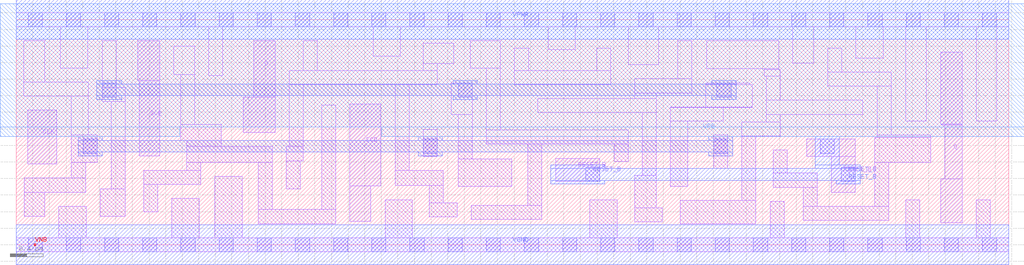
<source format=lef>
# Copyright 2020 The SkyWater PDK Authors
#
# Licensed under the Apache License, Version 2.0 (the "License");
# you may not use this file except in compliance with the License.
# You may obtain a copy of the License at
#
#     https://www.apache.org/licenses/LICENSE-2.0
#
# Unless required by applicable law or agreed to in writing, software
# distributed under the License is distributed on an "AS IS" BASIS,
# WITHOUT WARRANTIES OR CONDITIONS OF ANY KIND, either express or implied.
# See the License for the specific language governing permissions and
# limitations under the License.
#
# SPDX-License-Identifier: Apache-2.0

VERSION 5.7 ;
  NOWIREEXTENSIONATPIN ON ;
  DIVIDERCHAR "/" ;
  BUSBITCHARS "[]" ;
MACRO sky130_fd_sc_hd__sdfrtp_2
  CLASS CORE ;
  FOREIGN sky130_fd_sc_hd__sdfrtp_2 ;
  ORIGIN  0.000000  0.000000 ;
  SIZE  11.96000 BY  2.720000 ;
  SYMMETRY X Y R90 ;
  SITE unithd ;
  PIN D
    ANTENNAGATEAREA  0.144000 ;
    DIRECTION INPUT ;
    USE SIGNAL ;
    PORT
      LAYER li1 ;
        RECT 2.735000 1.355000 3.120000 1.785000 ;
        RECT 2.865000 1.785000 3.120000 2.465000 ;
    END
  END D
  PIN Q
    ANTENNADIFFAREA  0.445500 ;
    DIRECTION OUTPUT ;
    USE SIGNAL ;
    PORT
      LAYER li1 ;
        RECT 11.140000 0.265000 11.400000 0.795000 ;
        RECT 11.140000 1.460000 11.400000 2.325000 ;
        RECT 11.150000 1.445000 11.400000 1.460000 ;
        RECT 11.190000 0.795000 11.400000 1.445000 ;
    END
  END Q
  PIN RESET_B
    ANTENNAGATEAREA  0.252000 ;
    DIRECTION INPUT ;
    USE SIGNAL ;
    PORT
      LAYER li1 ;
        RECT 6.505000 0.765000 7.035000 1.045000 ;
      LAYER mcon ;
        RECT 6.865000 0.765000 7.035000 0.935000 ;
    END
    PORT
      LAYER li1 ;
        RECT 9.525000 1.065000 10.115000 1.275000 ;
        RECT 9.825000 0.635000 10.115000 1.065000 ;
      LAYER mcon ;
        RECT 9.690000 1.105000  9.860000 1.275000 ;
        RECT 9.945000 0.765000 10.115000 0.935000 ;
    END
    PORT
      LAYER met1 ;
        RECT 6.445000 0.735000  7.095000 0.780000 ;
        RECT 6.445000 0.780000 10.175000 0.920000 ;
        RECT 6.445000 0.920000  7.095000 0.965000 ;
        RECT 9.630000 0.920000 10.175000 0.965000 ;
        RECT 9.630000 0.965000  9.920000 1.305000 ;
        RECT 9.885000 0.735000 10.175000 0.780000 ;
    END
  END RESET_B
  PIN SCD
    ANTENNAGATEAREA  0.156600 ;
    DIRECTION INPUT ;
    USE SIGNAL ;
    PORT
      LAYER li1 ;
        RECT 4.020000 0.285000 4.275000 0.710000 ;
        RECT 4.020000 0.710000 4.395000 1.700000 ;
    END
  END SCD
  PIN SCE
    ANTENNAGATEAREA  0.435000 ;
    DIRECTION INPUT ;
    USE SIGNAL ;
    PORT
      LAYER li1 ;
        RECT 1.465000 1.985000 1.730000 2.465000 ;
        RECT 1.485000 1.070000 1.730000 1.985000 ;
    END
  END SCE
  PIN CLK
    ANTENNAGATEAREA  0.247500 ;
    DIRECTION INPUT ;
    USE CLOCK ;
    PORT
      LAYER li1 ;
        RECT 0.140000 0.975000 0.490000 1.625000 ;
    END
  END CLK
  PIN VGND
    DIRECTION INOUT ;
    SHAPE ABUTMENT ;
    USE GROUND ;
    PORT
      LAYER met1 ;
        RECT 0.000000 -0.240000 11.960000 0.240000 ;
    END
  END VGND
  PIN VNB
    DIRECTION INOUT ;
    USE GROUND ;
    PORT
      LAYER pwell ;
        RECT 0.215000 -0.010000 0.235000 0.015000 ;
    END
  END VNB
  PIN VPB
    DIRECTION INOUT ;
    USE POWER ;
    PORT
      LAYER nwell ;
        RECT -0.190000 1.305000  1.970000 1.425000 ;
        RECT -0.190000 1.425000 12.150000 2.910000 ;
        RECT  4.405000 1.305000 12.150000 1.425000 ;
    END
  END VPB
  PIN VPWR
    DIRECTION INOUT ;
    SHAPE ABUTMENT ;
    USE POWER ;
    PORT
      LAYER met1 ;
        RECT 0.000000 2.480000 11.960000 2.960000 ;
    END
  END VPWR
  OBS
    LAYER li1 ;
      RECT  0.000000 -0.085000 11.960000 0.085000 ;
      RECT  0.000000  2.635000 11.960000 2.805000 ;
      RECT  0.090000  1.795000  0.865000 1.965000 ;
      RECT  0.090000  1.965000  0.345000 2.465000 ;
      RECT  0.095000  0.345000  0.345000 0.635000 ;
      RECT  0.095000  0.635000  0.835000 0.805000 ;
      RECT  0.515000  0.085000  0.845000 0.465000 ;
      RECT  0.530000  2.135000  0.860000 2.635000 ;
      RECT  0.660000  0.805000  0.835000 0.995000 ;
      RECT  0.660000  0.995000  0.975000 1.325000 ;
      RECT  0.660000  1.325000  0.865000 1.795000 ;
      RECT  1.015000  0.345000  1.315000 0.675000 ;
      RECT  1.035000  1.730000  1.315000 1.900000 ;
      RECT  1.035000  1.900000  1.205000 2.465000 ;
      RECT  1.145000  0.675000  1.315000 1.730000 ;
      RECT  1.535000  0.395000  1.705000 0.730000 ;
      RECT  1.535000  0.730000  2.225000 0.900000 ;
      RECT  1.875000  0.085000  2.205000 0.560000 ;
      RECT  1.900000  2.055000  2.150000 2.400000 ;
      RECT  1.980000  1.260000  2.470000 1.455000 ;
      RECT  1.980000  1.455000  2.150000 2.055000 ;
      RECT  2.055000  0.900000  2.225000 0.995000 ;
      RECT  2.055000  0.995000  3.085000 1.185000 ;
      RECT  2.055000  1.185000  2.470000 1.260000 ;
      RECT  2.320000  2.040000  2.490000 2.635000 ;
      RECT  2.395000  0.085000  2.725000 0.825000 ;
      RECT  2.915000  0.255000  3.850000 0.425000 ;
      RECT  2.915000  0.425000  3.085000 0.995000 ;
      RECT  3.255000  0.675000  3.425000 1.015000 ;
      RECT  3.255000  1.015000  3.460000 1.185000 ;
      RECT  3.290000  1.185000  3.460000 1.935000 ;
      RECT  3.290000  1.935000  5.075000 2.105000 ;
      RECT  3.460000  2.105000  3.630000 2.465000 ;
      RECT  3.680000  0.425000  3.850000 1.685000 ;
      RECT  4.300000  2.275000  4.630000 2.635000 ;
      RECT  4.445000  0.085000  4.775000 0.540000 ;
      RECT  4.565000  0.715000  5.145000 0.895000 ;
      RECT  4.565000  0.895000  4.735000 1.935000 ;
      RECT  4.905000  1.065000  5.075000 1.395000 ;
      RECT  4.905000  2.105000  5.075000 2.185000 ;
      RECT  4.905000  2.185000  5.275000 2.435000 ;
      RECT  4.975000  0.335000  5.315000 0.505000 ;
      RECT  4.975000  0.505000  5.145000 0.715000 ;
      RECT  5.245000  1.575000  5.495000 1.955000 ;
      RECT  5.325000  0.705000  5.975000 1.035000 ;
      RECT  5.325000  1.035000  5.495000 1.575000 ;
      RECT  5.470000  2.135000  5.835000 2.465000 ;
      RECT  5.485000  0.305000  6.335000 0.475000 ;
      RECT  5.665000  1.215000  7.375000 1.385000 ;
      RECT  5.665000  1.385000  5.835000 2.135000 ;
      RECT  6.005000  1.935000  7.165000 2.105000 ;
      RECT  6.005000  2.105000  6.175000 2.375000 ;
      RECT  6.165000  0.475000  6.335000 1.215000 ;
      RECT  6.285000  1.595000  7.715000 1.765000 ;
      RECT  6.410000  2.355000  6.740000 2.635000 ;
      RECT  6.915000  0.085000  7.245000 0.545000 ;
      RECT  6.995000  2.105000  7.165000 2.375000 ;
      RECT  7.205000  1.005000  7.375000 1.215000 ;
      RECT  7.375000  2.175000  7.745000 2.635000 ;
      RECT  7.455000  0.275000  7.785000 0.445000 ;
      RECT  7.455000  0.445000  7.715000 0.835000 ;
      RECT  7.455000  1.765000  7.715000 1.835000 ;
      RECT  7.455000  1.835000  8.140000 2.005000 ;
      RECT  7.545000  0.835000  7.715000 1.595000 ;
      RECT  7.885000  0.705000  8.095000 1.495000 ;
      RECT  7.885000  1.495000  8.520000 1.655000 ;
      RECT  7.885000  1.655000  8.870000 1.665000 ;
      RECT  7.970000  2.005000  8.140000 2.465000 ;
      RECT  8.005000  0.255000  8.915000 0.535000 ;
      RECT  8.310000  1.665000  8.870000 1.935000 ;
      RECT  8.310000  1.935000  8.840000 1.955000 ;
      RECT  8.320000  2.125000  9.190000 2.465000 ;
      RECT  8.405000  0.920000  8.575000 1.325000 ;
      RECT  8.745000  0.535000  8.915000 1.315000 ;
      RECT  8.745000  1.315000  9.210000 1.485000 ;
      RECT  9.015000  2.035000  9.210000 2.115000 ;
      RECT  9.015000  2.115000  9.190000 2.125000 ;
      RECT  9.040000  1.485000  9.210000 1.575000 ;
      RECT  9.040000  1.575000 10.205000 1.745000 ;
      RECT  9.040000  1.745000  9.210000 2.035000 ;
      RECT  9.085000  0.085000  9.255000 0.525000 ;
      RECT  9.125000  0.695000  9.655000 0.865000 ;
      RECT  9.125000  0.865000  9.295000 1.145000 ;
      RECT  9.360000  2.195000  9.610000 2.635000 ;
      RECT  9.485000  0.295000 10.515000 0.465000 ;
      RECT  9.485000  0.465000  9.655000 0.695000 ;
      RECT  9.780000  1.915000 10.545000 2.085000 ;
      RECT  9.780000  2.085000  9.950000 2.375000 ;
      RECT 10.120000  2.255000 10.450000 2.635000 ;
      RECT 10.345000  0.465000 10.515000 0.995000 ;
      RECT 10.345000  0.995000 11.020000 1.295000 ;
      RECT 10.375000  1.295000 11.020000 1.325000 ;
      RECT 10.375000  1.325000 10.545000 1.915000 ;
      RECT 10.720000  0.085000 10.890000 0.545000 ;
      RECT 10.720000  1.495000 10.970000 2.635000 ;
      RECT 11.570000  0.085000 11.740000 0.545000 ;
      RECT 11.570000  1.495000 11.820000 2.635000 ;
    LAYER mcon ;
      RECT  0.145000 -0.085000  0.315000 0.085000 ;
      RECT  0.145000  2.635000  0.315000 2.805000 ;
      RECT  0.605000 -0.085000  0.775000 0.085000 ;
      RECT  0.605000  2.635000  0.775000 2.805000 ;
      RECT  0.805000  1.105000  0.975000 1.275000 ;
      RECT  1.035000  1.785000  1.205000 1.955000 ;
      RECT  1.065000 -0.085000  1.235000 0.085000 ;
      RECT  1.065000  2.635000  1.235000 2.805000 ;
      RECT  1.525000 -0.085000  1.695000 0.085000 ;
      RECT  1.525000  2.635000  1.695000 2.805000 ;
      RECT  1.985000 -0.085000  2.155000 0.085000 ;
      RECT  1.985000  2.635000  2.155000 2.805000 ;
      RECT  2.445000 -0.085000  2.615000 0.085000 ;
      RECT  2.445000  2.635000  2.615000 2.805000 ;
      RECT  2.905000 -0.085000  3.075000 0.085000 ;
      RECT  2.905000  2.635000  3.075000 2.805000 ;
      RECT  3.365000 -0.085000  3.535000 0.085000 ;
      RECT  3.365000  2.635000  3.535000 2.805000 ;
      RECT  3.825000 -0.085000  3.995000 0.085000 ;
      RECT  3.825000  2.635000  3.995000 2.805000 ;
      RECT  4.285000 -0.085000  4.455000 0.085000 ;
      RECT  4.285000  2.635000  4.455000 2.805000 ;
      RECT  4.745000 -0.085000  4.915000 0.085000 ;
      RECT  4.745000  2.635000  4.915000 2.805000 ;
      RECT  4.905000  1.105000  5.075000 1.275000 ;
      RECT  5.205000 -0.085000  5.375000 0.085000 ;
      RECT  5.205000  2.635000  5.375000 2.805000 ;
      RECT  5.325000  1.785000  5.495000 1.955000 ;
      RECT  5.665000 -0.085000  5.835000 0.085000 ;
      RECT  5.665000  2.635000  5.835000 2.805000 ;
      RECT  6.125000 -0.085000  6.295000 0.085000 ;
      RECT  6.125000  2.635000  6.295000 2.805000 ;
      RECT  6.585000 -0.085000  6.755000 0.085000 ;
      RECT  6.585000  2.635000  6.755000 2.805000 ;
      RECT  7.045000 -0.085000  7.215000 0.085000 ;
      RECT  7.045000  2.635000  7.215000 2.805000 ;
      RECT  7.505000 -0.085000  7.675000 0.085000 ;
      RECT  7.505000  2.635000  7.675000 2.805000 ;
      RECT  7.965000 -0.085000  8.135000 0.085000 ;
      RECT  7.965000  2.635000  8.135000 2.805000 ;
      RECT  8.405000  1.105000  8.575000 1.275000 ;
      RECT  8.425000 -0.085000  8.595000 0.085000 ;
      RECT  8.425000  2.635000  8.595000 2.805000 ;
      RECT  8.445000  1.785000  8.615000 1.955000 ;
      RECT  8.885000 -0.085000  9.055000 0.085000 ;
      RECT  8.885000  2.635000  9.055000 2.805000 ;
      RECT  9.345000 -0.085000  9.515000 0.085000 ;
      RECT  9.345000  2.635000  9.515000 2.805000 ;
      RECT  9.805000 -0.085000  9.975000 0.085000 ;
      RECT  9.805000  2.635000  9.975000 2.805000 ;
      RECT 10.265000 -0.085000 10.435000 0.085000 ;
      RECT 10.265000  2.635000 10.435000 2.805000 ;
      RECT 10.725000 -0.085000 10.895000 0.085000 ;
      RECT 10.725000  2.635000 10.895000 2.805000 ;
      RECT 11.185000 -0.085000 11.355000 0.085000 ;
      RECT 11.185000  2.635000 11.355000 2.805000 ;
      RECT 11.645000 -0.085000 11.815000 0.085000 ;
      RECT 11.645000  2.635000 11.815000 2.805000 ;
    LAYER met1 ;
      RECT 0.745000 1.075000 1.035000 1.120000 ;
      RECT 0.745000 1.120000 8.635000 1.260000 ;
      RECT 0.745000 1.260000 1.035000 1.305000 ;
      RECT 0.970000 1.755000 1.270000 1.800000 ;
      RECT 0.970000 1.800000 8.675000 1.940000 ;
      RECT 0.970000 1.940000 1.270000 1.985000 ;
      RECT 4.845000 1.075000 5.135000 1.120000 ;
      RECT 4.845000 1.260000 5.135000 1.305000 ;
      RECT 5.265000 1.755000 5.555000 1.800000 ;
      RECT 5.265000 1.940000 5.555000 1.985000 ;
      RECT 8.345000 1.075000 8.635000 1.120000 ;
      RECT 8.345000 1.260000 8.635000 1.305000 ;
      RECT 8.385000 1.755000 8.675000 1.800000 ;
      RECT 8.385000 1.940000 8.675000 1.985000 ;
  END
END sky130_fd_sc_hd__sdfrtp_2
END LIBRARY

</source>
